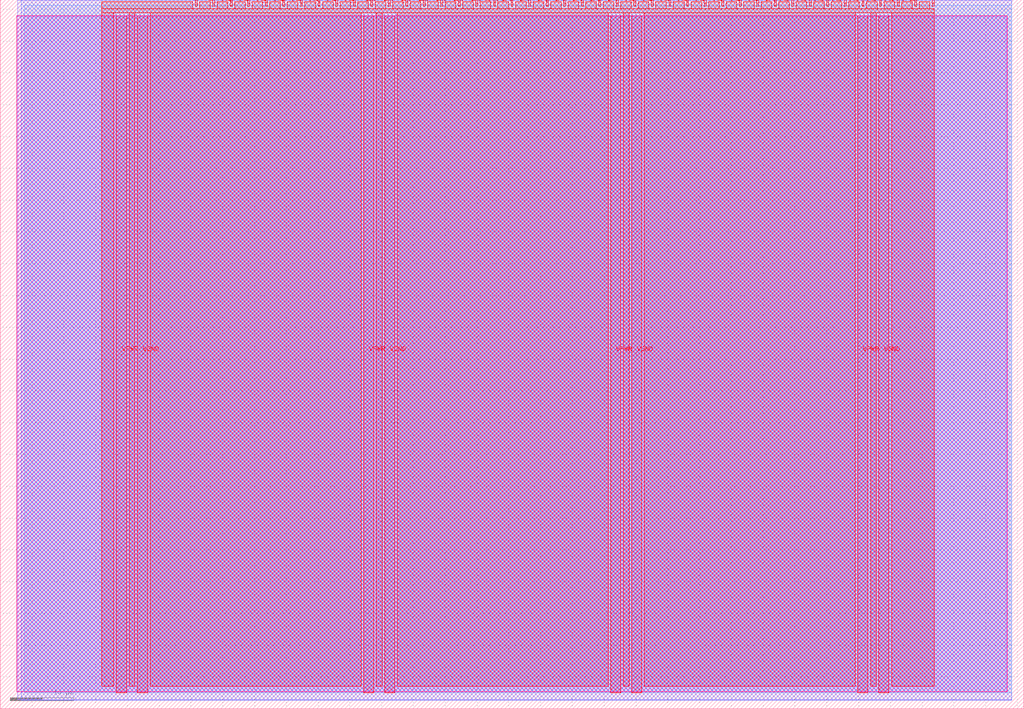
<source format=lef>
VERSION 5.7 ;
  NOWIREEXTENSIONATPIN ON ;
  DIVIDERCHAR "/" ;
  BUSBITCHARS "[]" ;
MACRO tt_um_ag2048_tiny_calculator
  CLASS BLOCK ;
  FOREIGN tt_um_ag2048_tiny_calculator ;
  ORIGIN 0.000 0.000 ;
  SIZE 161.000 BY 111.520 ;
  PIN VGND
    DIRECTION INOUT ;
    USE GROUND ;
    PORT
      LAYER met4 ;
        RECT 21.580 2.480 23.180 109.040 ;
    END
    PORT
      LAYER met4 ;
        RECT 60.450 2.480 62.050 109.040 ;
    END
    PORT
      LAYER met4 ;
        RECT 99.320 2.480 100.920 109.040 ;
    END
    PORT
      LAYER met4 ;
        RECT 138.190 2.480 139.790 109.040 ;
    END
  END VGND
  PIN VPWR
    DIRECTION INOUT ;
    USE POWER ;
    PORT
      LAYER met4 ;
        RECT 18.280 2.480 19.880 109.040 ;
    END
    PORT
      LAYER met4 ;
        RECT 57.150 2.480 58.750 109.040 ;
    END
    PORT
      LAYER met4 ;
        RECT 96.020 2.480 97.620 109.040 ;
    END
    PORT
      LAYER met4 ;
        RECT 134.890 2.480 136.490 109.040 ;
    END
  END VPWR
  PIN clk
    DIRECTION INPUT ;
    USE SIGNAL ;
    ANTENNAGATEAREA 0.852000 ;
    PORT
      LAYER met4 ;
        RECT 143.830 110.520 144.130 111.520 ;
    END
  END clk
  PIN ena
    DIRECTION INPUT ;
    USE SIGNAL ;
    PORT
      LAYER met4 ;
        RECT 146.590 110.520 146.890 111.520 ;
    END
  END ena
  PIN rst_n
    DIRECTION INPUT ;
    USE SIGNAL ;
    ANTENNAGATEAREA 0.213000 ;
    PORT
      LAYER met4 ;
        RECT 141.070 110.520 141.370 111.520 ;
    END
  END rst_n
  PIN ui_in[0]
    DIRECTION INPUT ;
    USE SIGNAL ;
    ANTENNAGATEAREA 0.196500 ;
    PORT
      LAYER met4 ;
        RECT 138.310 110.520 138.610 111.520 ;
    END
  END ui_in[0]
  PIN ui_in[1]
    DIRECTION INPUT ;
    USE SIGNAL ;
    ANTENNAGATEAREA 0.196500 ;
    PORT
      LAYER met4 ;
        RECT 135.550 110.520 135.850 111.520 ;
    END
  END ui_in[1]
  PIN ui_in[2]
    DIRECTION INPUT ;
    USE SIGNAL ;
    ANTENNAGATEAREA 0.196500 ;
    PORT
      LAYER met4 ;
        RECT 132.790 110.520 133.090 111.520 ;
    END
  END ui_in[2]
  PIN ui_in[3]
    DIRECTION INPUT ;
    USE SIGNAL ;
    ANTENNAGATEAREA 0.196500 ;
    PORT
      LAYER met4 ;
        RECT 130.030 110.520 130.330 111.520 ;
    END
  END ui_in[3]
  PIN ui_in[4]
    DIRECTION INPUT ;
    USE SIGNAL ;
    ANTENNAGATEAREA 0.196500 ;
    PORT
      LAYER met4 ;
        RECT 127.270 110.520 127.570 111.520 ;
    END
  END ui_in[4]
  PIN ui_in[5]
    DIRECTION INPUT ;
    USE SIGNAL ;
    ANTENNAGATEAREA 0.196500 ;
    PORT
      LAYER met4 ;
        RECT 124.510 110.520 124.810 111.520 ;
    END
  END ui_in[5]
  PIN ui_in[6]
    DIRECTION INPUT ;
    USE SIGNAL ;
    ANTENNAGATEAREA 0.196500 ;
    PORT
      LAYER met4 ;
        RECT 121.750 110.520 122.050 111.520 ;
    END
  END ui_in[6]
  PIN ui_in[7]
    DIRECTION INPUT ;
    USE SIGNAL ;
    ANTENNAGATEAREA 0.196500 ;
    PORT
      LAYER met4 ;
        RECT 118.990 110.520 119.290 111.520 ;
    END
  END ui_in[7]
  PIN uio_in[0]
    DIRECTION INPUT ;
    USE SIGNAL ;
    PORT
      LAYER met4 ;
        RECT 116.230 110.520 116.530 111.520 ;
    END
  END uio_in[0]
  PIN uio_in[1]
    DIRECTION INPUT ;
    USE SIGNAL ;
    PORT
      LAYER met4 ;
        RECT 113.470 110.520 113.770 111.520 ;
    END
  END uio_in[1]
  PIN uio_in[2]
    DIRECTION INPUT ;
    USE SIGNAL ;
    PORT
      LAYER met4 ;
        RECT 110.710 110.520 111.010 111.520 ;
    END
  END uio_in[2]
  PIN uio_in[3]
    DIRECTION INPUT ;
    USE SIGNAL ;
    PORT
      LAYER met4 ;
        RECT 107.950 110.520 108.250 111.520 ;
    END
  END uio_in[3]
  PIN uio_in[4]
    DIRECTION INPUT ;
    USE SIGNAL ;
    ANTENNAGATEAREA 0.196500 ;
    PORT
      LAYER met4 ;
        RECT 105.190 110.520 105.490 111.520 ;
    END
  END uio_in[4]
  PIN uio_in[5]
    DIRECTION INPUT ;
    USE SIGNAL ;
    ANTENNAGATEAREA 0.196500 ;
    PORT
      LAYER met4 ;
        RECT 102.430 110.520 102.730 111.520 ;
    END
  END uio_in[5]
  PIN uio_in[6]
    DIRECTION INPUT ;
    USE SIGNAL ;
    ANTENNAGATEAREA 0.196500 ;
    PORT
      LAYER met4 ;
        RECT 99.670 110.520 99.970 111.520 ;
    END
  END uio_in[6]
  PIN uio_in[7]
    DIRECTION INPUT ;
    USE SIGNAL ;
    ANTENNAGATEAREA 0.126000 ;
    PORT
      LAYER met4 ;
        RECT 96.910 110.520 97.210 111.520 ;
    END
  END uio_in[7]
  PIN uio_oe[0]
    DIRECTION OUTPUT ;
    USE SIGNAL ;
    PORT
      LAYER met4 ;
        RECT 49.990 110.520 50.290 111.520 ;
    END
  END uio_oe[0]
  PIN uio_oe[1]
    DIRECTION OUTPUT ;
    USE SIGNAL ;
    PORT
      LAYER met4 ;
        RECT 47.230 110.520 47.530 111.520 ;
    END
  END uio_oe[1]
  PIN uio_oe[2]
    DIRECTION OUTPUT ;
    USE SIGNAL ;
    PORT
      LAYER met4 ;
        RECT 44.470 110.520 44.770 111.520 ;
    END
  END uio_oe[2]
  PIN uio_oe[3]
    DIRECTION OUTPUT ;
    USE SIGNAL ;
    PORT
      LAYER met4 ;
        RECT 41.710 110.520 42.010 111.520 ;
    END
  END uio_oe[3]
  PIN uio_oe[4]
    DIRECTION OUTPUT ;
    USE SIGNAL ;
    PORT
      LAYER met4 ;
        RECT 38.950 110.520 39.250 111.520 ;
    END
  END uio_oe[4]
  PIN uio_oe[5]
    DIRECTION OUTPUT ;
    USE SIGNAL ;
    PORT
      LAYER met4 ;
        RECT 36.190 110.520 36.490 111.520 ;
    END
  END uio_oe[5]
  PIN uio_oe[6]
    DIRECTION OUTPUT ;
    USE SIGNAL ;
    PORT
      LAYER met4 ;
        RECT 33.430 110.520 33.730 111.520 ;
    END
  END uio_oe[6]
  PIN uio_oe[7]
    DIRECTION OUTPUT ;
    USE SIGNAL ;
    PORT
      LAYER met4 ;
        RECT 30.670 110.520 30.970 111.520 ;
    END
  END uio_oe[7]
  PIN uio_out[0]
    DIRECTION OUTPUT ;
    USE SIGNAL ;
    ANTENNADIFFAREA 0.445500 ;
    PORT
      LAYER met4 ;
        RECT 72.070 110.520 72.370 111.520 ;
    END
  END uio_out[0]
  PIN uio_out[1]
    DIRECTION OUTPUT ;
    USE SIGNAL ;
    ANTENNADIFFAREA 0.445500 ;
    PORT
      LAYER met4 ;
        RECT 69.310 110.520 69.610 111.520 ;
    END
  END uio_out[1]
  PIN uio_out[2]
    DIRECTION OUTPUT ;
    USE SIGNAL ;
    ANTENNADIFFAREA 0.445500 ;
    PORT
      LAYER met4 ;
        RECT 66.550 110.520 66.850 111.520 ;
    END
  END uio_out[2]
  PIN uio_out[3]
    DIRECTION OUTPUT ;
    USE SIGNAL ;
    ANTENNADIFFAREA 0.445500 ;
    PORT
      LAYER met4 ;
        RECT 63.790 110.520 64.090 111.520 ;
    END
  END uio_out[3]
  PIN uio_out[4]
    DIRECTION OUTPUT ;
    USE SIGNAL ;
    PORT
      LAYER met4 ;
        RECT 61.030 110.520 61.330 111.520 ;
    END
  END uio_out[4]
  PIN uio_out[5]
    DIRECTION OUTPUT ;
    USE SIGNAL ;
    PORT
      LAYER met4 ;
        RECT 58.270 110.520 58.570 111.520 ;
    END
  END uio_out[5]
  PIN uio_out[6]
    DIRECTION OUTPUT ;
    USE SIGNAL ;
    PORT
      LAYER met4 ;
        RECT 55.510 110.520 55.810 111.520 ;
    END
  END uio_out[6]
  PIN uio_out[7]
    DIRECTION OUTPUT ;
    USE SIGNAL ;
    PORT
      LAYER met4 ;
        RECT 52.750 110.520 53.050 111.520 ;
    END
  END uio_out[7]
  PIN uo_out[0]
    DIRECTION OUTPUT ;
    USE SIGNAL ;
    ANTENNAGATEAREA 0.247500 ;
    ANTENNADIFFAREA 0.445500 ;
    PORT
      LAYER met4 ;
        RECT 94.150 110.520 94.450 111.520 ;
    END
  END uo_out[0]
  PIN uo_out[1]
    DIRECTION OUTPUT ;
    USE SIGNAL ;
    ANTENNADIFFAREA 0.445500 ;
    PORT
      LAYER met4 ;
        RECT 91.390 110.520 91.690 111.520 ;
    END
  END uo_out[1]
  PIN uo_out[2]
    DIRECTION OUTPUT ;
    USE SIGNAL ;
    ANTENNADIFFAREA 0.445500 ;
    PORT
      LAYER met4 ;
        RECT 88.630 110.520 88.930 111.520 ;
    END
  END uo_out[2]
  PIN uo_out[3]
    DIRECTION OUTPUT ;
    USE SIGNAL ;
    ANTENNAGATEAREA 0.126000 ;
    ANTENNADIFFAREA 0.643500 ;
    PORT
      LAYER met4 ;
        RECT 85.870 110.520 86.170 111.520 ;
    END
  END uo_out[3]
  PIN uo_out[4]
    DIRECTION OUTPUT ;
    USE SIGNAL ;
    ANTENNADIFFAREA 0.795200 ;
    PORT
      LAYER met4 ;
        RECT 83.110 110.520 83.410 111.520 ;
    END
  END uo_out[4]
  PIN uo_out[5]
    DIRECTION OUTPUT ;
    USE SIGNAL ;
    ANTENNADIFFAREA 0.445500 ;
    PORT
      LAYER met4 ;
        RECT 80.350 110.520 80.650 111.520 ;
    END
  END uo_out[5]
  PIN uo_out[6]
    DIRECTION OUTPUT ;
    USE SIGNAL ;
    ANTENNADIFFAREA 0.445500 ;
    PORT
      LAYER met4 ;
        RECT 77.590 110.520 77.890 111.520 ;
    END
  END uo_out[6]
  PIN uo_out[7]
    DIRECTION OUTPUT ;
    USE SIGNAL ;
    ANTENNADIFFAREA 0.445500 ;
    PORT
      LAYER met4 ;
        RECT 74.830 110.520 75.130 111.520 ;
    END
  END uo_out[7]
  OBS
      LAYER nwell ;
        RECT 2.570 2.635 158.430 108.990 ;
      LAYER li1 ;
        RECT 2.760 2.635 158.240 108.885 ;
      LAYER met1 ;
        RECT 2.760 1.400 159.090 111.480 ;
      LAYER met2 ;
        RECT 3.320 1.370 159.070 111.510 ;
      LAYER met3 ;
        RECT 3.745 2.555 159.095 110.665 ;
      LAYER met4 ;
        RECT 15.935 110.120 30.270 111.170 ;
        RECT 31.370 110.120 33.030 111.170 ;
        RECT 34.130 110.120 35.790 111.170 ;
        RECT 36.890 110.120 38.550 111.170 ;
        RECT 39.650 110.120 41.310 111.170 ;
        RECT 42.410 110.120 44.070 111.170 ;
        RECT 45.170 110.120 46.830 111.170 ;
        RECT 47.930 110.120 49.590 111.170 ;
        RECT 50.690 110.120 52.350 111.170 ;
        RECT 53.450 110.120 55.110 111.170 ;
        RECT 56.210 110.120 57.870 111.170 ;
        RECT 58.970 110.120 60.630 111.170 ;
        RECT 61.730 110.120 63.390 111.170 ;
        RECT 64.490 110.120 66.150 111.170 ;
        RECT 67.250 110.120 68.910 111.170 ;
        RECT 70.010 110.120 71.670 111.170 ;
        RECT 72.770 110.120 74.430 111.170 ;
        RECT 75.530 110.120 77.190 111.170 ;
        RECT 78.290 110.120 79.950 111.170 ;
        RECT 81.050 110.120 82.710 111.170 ;
        RECT 83.810 110.120 85.470 111.170 ;
        RECT 86.570 110.120 88.230 111.170 ;
        RECT 89.330 110.120 90.990 111.170 ;
        RECT 92.090 110.120 93.750 111.170 ;
        RECT 94.850 110.120 96.510 111.170 ;
        RECT 97.610 110.120 99.270 111.170 ;
        RECT 100.370 110.120 102.030 111.170 ;
        RECT 103.130 110.120 104.790 111.170 ;
        RECT 105.890 110.120 107.550 111.170 ;
        RECT 108.650 110.120 110.310 111.170 ;
        RECT 111.410 110.120 113.070 111.170 ;
        RECT 114.170 110.120 115.830 111.170 ;
        RECT 116.930 110.120 118.590 111.170 ;
        RECT 119.690 110.120 121.350 111.170 ;
        RECT 122.450 110.120 124.110 111.170 ;
        RECT 125.210 110.120 126.870 111.170 ;
        RECT 127.970 110.120 129.630 111.170 ;
        RECT 130.730 110.120 132.390 111.170 ;
        RECT 133.490 110.120 135.150 111.170 ;
        RECT 136.250 110.120 137.910 111.170 ;
        RECT 139.010 110.120 140.670 111.170 ;
        RECT 141.770 110.120 143.430 111.170 ;
        RECT 144.530 110.120 146.190 111.170 ;
        RECT 15.935 109.440 146.905 110.120 ;
        RECT 15.935 3.575 17.880 109.440 ;
        RECT 20.280 3.575 21.180 109.440 ;
        RECT 23.580 3.575 56.750 109.440 ;
        RECT 59.150 3.575 60.050 109.440 ;
        RECT 62.450 3.575 95.620 109.440 ;
        RECT 98.020 3.575 98.920 109.440 ;
        RECT 101.320 3.575 134.490 109.440 ;
        RECT 136.890 3.575 137.790 109.440 ;
        RECT 140.190 3.575 146.905 109.440 ;
  END
END tt_um_ag2048_tiny_calculator
END LIBRARY


</source>
